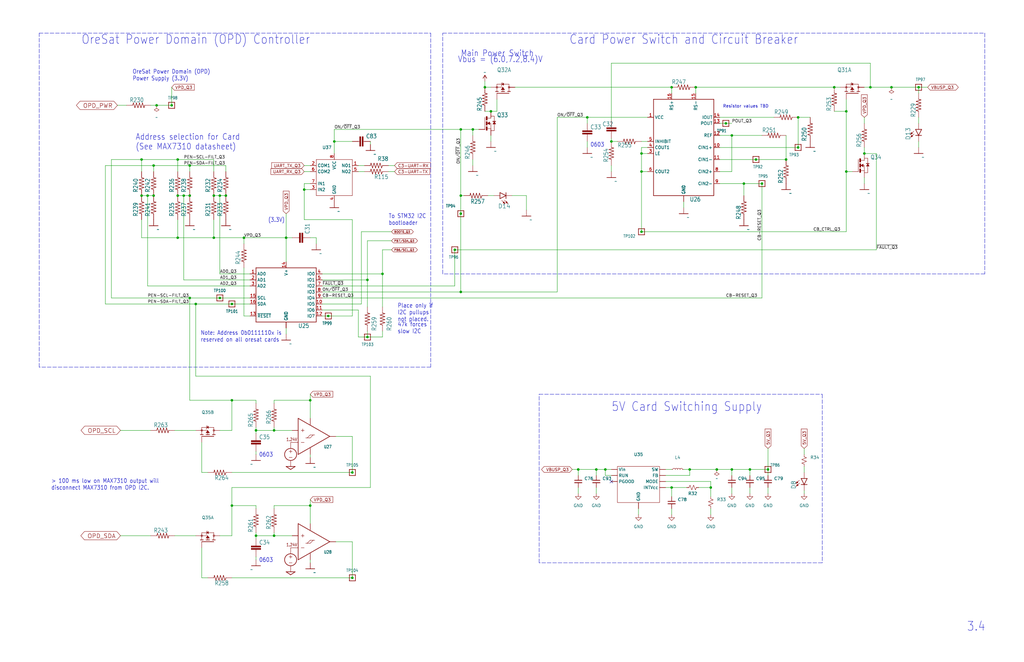
<source format=kicad_sch>
(kicad_sch (version 20211123) (generator eeschema)
  (paper "B")
  (junction (at 251.46 198.12))
  (junction (at 308.61 57.15))
  (junction (at 115.57 181.61))
  (junction (at 199.39 54.61))
  (junction (at 356.87 46.99))
  (junction (at 138.43 133.35))
  (junction (at 148.59 199.39))
  (junction (at 130.81 168.91))
  (junction (at 74.93 100.33))
  (junction (at 154.94 142.24))
  (junction (at 336.55 62.23))
  (junction (at 302.26 198.12))
  (junction (at 66.04 44.45))
  (junction (at 80.01 125.73))
  (junction (at 107.95 181.61))
  (junction (at 115.57 226.06))
  (junction (at 130.81 213.36))
  (junction (at 387.35 36.83))
  (junction (at 62.23 82.55))
  (junction (at 316.23 198.12))
  (junction (at 321.31 77.47))
  (junction (at 140.97 59.69))
  (junction (at 97.79 168.91))
  (junction (at 207.01 46.99))
  (junction (at 97.79 128.27))
  (junction (at 191.77 105.41))
  (junction (at 90.17 100.33))
  (junction (at 148.59 243.84))
  (junction (at 72.39 44.45))
  (junction (at 270.51 64.77))
  (junction (at 255.27 198.12))
  (junction (at 120.65 100.33))
  (junction (at 90.17 82.55))
  (junction (at 80.01 82.55))
  (junction (at 92.71 125.73))
  (junction (at 270.51 72.39))
  (junction (at 161.29 115.57))
  (junction (at 77.47 82.55))
  (junction (at 64.77 82.55))
  (junction (at 283.21 36.83))
  (junction (at 204.47 36.83))
  (junction (at 74.93 82.55))
  (junction (at 194.31 82.55))
  (junction (at 194.31 123.19))
  (junction (at 306.07 52.07))
  (junction (at 331.47 67.31))
  (junction (at 367.03 36.83))
  (junction (at 336.55 49.53))
  (junction (at 293.37 36.83))
  (junction (at 194.31 90.17))
  (junction (at 364.49 64.77))
  (junction (at 64.77 69.85))
  (junction (at 194.31 54.61))
  (junction (at 154.94 118.11))
  (junction (at 318.77 67.31))
  (junction (at 107.95 226.06))
  (junction (at 92.71 82.55))
  (junction (at 283.21 205.74))
  (junction (at 243.84 198.12))
  (junction (at 97.79 213.36))
  (junction (at 290.83 198.12))
  (junction (at 80.01 69.85))
  (junction (at 356.87 72.39))
  (junction (at 270.51 97.79))
  (junction (at 74.93 67.31))
  (junction (at 351.79 36.83))
  (junction (at 59.69 82.55))
  (junction (at 375.92 36.83))
  (junction (at 59.69 67.31))
  (junction (at 308.61 198.12))
  (junction (at 323.85 198.12))
  (junction (at 299.72 205.74))
  (junction (at 257.81 59.69))
  (junction (at 247.65 49.53))
  (junction (at 102.87 100.33))
  (junction (at 82.55 128.27))
  (junction (at 313.69 77.47))
  (junction (at 128.27 80.01))
  (junction (at 95.25 82.55))
  (no_connect (at 257.81 203.2))
  (wire (pts (xy 148.59 133.35) (xy 148.59 92.71)))
  (wire (pts (xy 270.51 64.77) (xy 270.51 72.39)))
  (wire (pts (xy 53.34 44.45) (xy 49.53 44.45)))
  (wire (pts (xy 207.01 46.99) (xy 209.55 46.99)))
  (wire (pts (xy 97.79 181.61) (xy 92.71 181.61)))
  (wire (pts (xy 299.72 205.74) (xy 299.72 209.55)))
  (wire (pts (xy 316.23 205.74) (xy 316.23 208.28)))
  (wire (pts (xy 321.31 125.73) (xy 321.31 77.47)))
  (wire (pts (xy 105.41 128.27) (xy 97.79 128.27)))
  (wire (pts (xy 59.69 72.39) (xy 59.69 67.31)))
  (wire (pts (xy 62.23 120.65) (xy 62.23 82.55)))
  (polyline (pts (xy 227.33 237.49) (xy 227.33 166.37)))
  (wire (pts (xy 97.79 226.06) (xy 92.71 226.06)))
  (wire (pts (xy 369.57 64.77) (xy 369.57 105.41)))
  (wire (pts (xy 107.95 170.18) (xy 107.95 168.91)))
  (wire (pts (xy 90.17 100.33) (xy 90.17 92.71)))
  (wire (pts (xy 299.72 203.2) (xy 299.72 205.74)))
  (wire (pts (xy 255.27 200.66) (xy 257.81 200.66)))
  (wire (pts (xy 313.69 77.47) (xy 303.53 77.47)))
  (wire (pts (xy 85.09 199.39) (xy 85.09 186.69)))
  (wire (pts (xy 102.87 100.33) (xy 120.65 100.33)))
  (wire (pts (xy 308.61 57.15) (xy 321.31 57.15)))
  (wire (pts (xy 154.94 101.6) (xy 165.1 101.6)))
  (wire (pts (xy 107.95 181.61) (xy 115.57 181.61)))
  (wire (pts (xy 375.92 36.83) (xy 387.35 36.83)))
  (wire (pts (xy 303.53 52.07) (xy 306.07 52.07)))
  (wire (pts (xy 138.43 133.35) (xy 148.59 133.35)))
  (wire (pts (xy 92.71 125.73) (xy 105.41 125.73)))
  (wire (pts (xy 243.84 200.66) (xy 243.84 198.12)))
  (wire (pts (xy 64.77 82.55) (xy 62.23 82.55)))
  (wire (pts (xy 302.26 198.12) (xy 308.61 198.12)))
  (wire (pts (xy 141.605 228.6) (xy 148.59 228.6)))
  (wire (pts (xy 97.79 213.36) (xy 97.79 205.74)))
  (wire (pts (xy 323.85 200.66) (xy 323.85 198.12)))
  (wire (pts (xy 234.95 123.19) (xy 194.31 123.19)))
  (wire (pts (xy 64.77 72.39) (xy 64.77 69.85)))
  (wire (pts (xy 97.79 213.36) (xy 97.79 226.06)))
  (wire (pts (xy 288.29 198.12) (xy 290.83 198.12)))
  (wire (pts (xy 257.81 198.12) (xy 255.27 198.12)))
  (wire (pts (xy 130.81 193.04) (xy 130.81 191.77)))
  (polyline (pts (xy 346.71 237.49) (xy 227.33 237.49)))
  (wire (pts (xy 299.72 214.63) (xy 299.72 217.17)))
  (wire (pts (xy 247.65 62.23) (xy 247.65 59.69)))
  (wire (pts (xy 128.27 80.01) (xy 130.81 80.01)))
  (wire (pts (xy 138.43 133.35) (xy 135.89 133.35)))
  (wire (pts (xy 115.57 224.79) (xy 115.57 226.06)))
  (wire (pts (xy 161.29 129.54) (xy 161.29 115.57)))
  (wire (pts (xy 44.45 128.27) (xy 44.45 69.85)))
  (wire (pts (xy 207.01 57.15) (xy 207.01 59.69)))
  (wire (pts (xy 257.81 26.67) (xy 367.03 26.67)))
  (wire (pts (xy 166.37 69.85) (xy 163.83 69.85)))
  (wire (pts (xy 135.89 123.19) (xy 194.31 123.19)))
  (wire (pts (xy 148.59 228.6) (xy 148.59 243.84)))
  (wire (pts (xy 92.71 115.57) (xy 92.71 82.55)))
  (wire (pts (xy 80.01 168.91) (xy 80.01 125.73)))
  (wire (pts (xy 351.79 46.99) (xy 356.87 46.99)))
  (wire (pts (xy 356.87 46.99) (xy 356.87 72.39)))
  (wire (pts (xy 195.58 82.55) (xy 194.31 82.55)))
  (wire (pts (xy 323.85 205.74) (xy 323.85 208.28)))
  (wire (pts (xy 161.29 105.41) (xy 161.29 115.57)))
  (wire (pts (xy 387.35 36.83) (xy 387.35 39.37)))
  (wire (pts (xy 154.94 118.11) (xy 154.94 101.6)))
  (wire (pts (xy 154.94 118.11) (xy 154.94 129.54)))
  (wire (pts (xy 280.67 200.66) (xy 290.83 200.66)))
  (wire (pts (xy 130.81 237.49) (xy 130.81 236.22)))
  (wire (pts (xy 280.67 203.2) (xy 299.72 203.2)))
  (wire (pts (xy 273.05 62.23) (xy 270.51 62.23)))
  (wire (pts (xy 313.69 82.55) (xy 313.69 77.47)))
  (wire (pts (xy 128.27 72.39) (xy 130.81 72.39)))
  (wire (pts (xy 308.61 198.12) (xy 308.61 200.66)))
  (wire (pts (xy 303.53 49.53) (xy 326.39 49.53)))
  (wire (pts (xy 46.99 125.73) (xy 46.99 67.31)))
  (wire (pts (xy 351.79 36.83) (xy 354.33 36.83)))
  (wire (pts (xy 82.55 181.61) (xy 73.66 181.61)))
  (wire (pts (xy 72.39 36.83) (xy 72.39 44.45)))
  (polyline (pts (xy 346.71 166.37) (xy 346.71 237.49)))
  (wire (pts (xy 161.29 142.24) (xy 161.29 139.7)))
  (wire (pts (xy 318.77 67.31) (xy 331.47 67.31)))
  (wire (pts (xy 107.95 168.91) (xy 97.79 168.91)))
  (wire (pts (xy 234.95 49.53) (xy 247.65 49.53)))
  (wire (pts (xy 90.17 72.39) (xy 90.17 67.31)))
  (wire (pts (xy 80.01 72.39) (xy 80.01 69.85)))
  (wire (pts (xy 243.84 205.74) (xy 243.84 208.28)))
  (wire (pts (xy 97.79 243.84) (xy 148.59 243.84)))
  (wire (pts (xy 234.95 123.19) (xy 234.95 49.53)))
  (wire (pts (xy 303.53 62.23) (xy 336.55 62.23)))
  (wire (pts (xy 166.37 72.39) (xy 163.83 72.39)))
  (wire (pts (xy 120.65 110.49) (xy 120.65 100.33)))
  (wire (pts (xy 80.01 69.85) (xy 95.25 69.85)))
  (wire (pts (xy 339.09 196.85) (xy 339.09 199.39)))
  (wire (pts (xy 293.37 39.37) (xy 293.37 36.83)))
  (wire (pts (xy 130.81 213.36) (xy 130.81 210.82)))
  (wire (pts (xy 80.01 82.55) (xy 77.47 82.55)))
  (wire (pts (xy 221.996 82.55) (xy 221.996 88.646)))
  (polyline (pts (xy 181.61 154.94) (xy 16.51 154.94)))
  (wire (pts (xy 107.95 226.06) (xy 115.57 226.06)))
  (wire (pts (xy 105.41 118.11) (xy 77.47 118.11)))
  (wire (pts (xy 217.17 36.83) (xy 283.21 36.83)))
  (wire (pts (xy 63.5 44.45) (xy 66.04 44.45)))
  (wire (pts (xy 77.47 118.11) (xy 77.47 82.55)))
  (wire (pts (xy 46.99 125.73) (xy 80.01 125.73)))
  (wire (pts (xy 257.81 72.39) (xy 257.81 69.85)))
  (wire (pts (xy 257.81 50.8) (xy 257.81 26.67)))
  (wire (pts (xy 303.53 72.39) (xy 308.61 72.39)))
  (wire (pts (xy 199.39 57.15) (xy 199.39 54.61)))
  (wire (pts (xy 82.55 158.75) (xy 82.55 128.27)))
  (wire (pts (xy 115.57 226.06) (xy 123.19 226.06)))
  (wire (pts (xy 391.16 36.83) (xy 387.35 36.83)))
  (wire (pts (xy 215.9 82.55) (xy 221.996 82.55)))
  (wire (pts (xy 133.35 100.33) (xy 133.35 102.87)))
  (wire (pts (xy 97.79 168.91) (xy 97.79 181.61)))
  (wire (pts (xy 128.27 69.85) (xy 130.81 69.85)))
  (wire (pts (xy 97.79 128.27) (xy 82.55 128.27)))
  (wire (pts (xy 308.61 198.12) (xy 316.23 198.12)))
  (wire (pts (xy 369.57 105.41) (xy 191.77 105.41)))
  (wire (pts (xy 74.93 100.33) (xy 74.93 92.71)))
  (wire (pts (xy 257.81 58.42) (xy 257.81 59.69)))
  (wire (pts (xy 156.21 158.75) (xy 82.55 158.75)))
  (wire (pts (xy 115.57 214.63) (xy 115.57 213.36)))
  (wire (pts (xy 241.3 198.12) (xy 243.84 198.12)))
  (wire (pts (xy 199.39 54.61) (xy 201.93 54.61)))
  (wire (pts (xy 367.03 36.83) (xy 375.92 36.83)))
  (wire (pts (xy 364.49 64.77) (xy 369.57 64.77)))
  (wire (pts (xy 105.41 120.65) (xy 62.23 120.65)))
  (wire (pts (xy 191.77 120.65) (xy 135.89 120.65)))
  (wire (pts (xy 273.05 59.69) (xy 270.51 59.69)))
  (wire (pts (xy 331.47 67.31) (xy 331.47 57.15)))
  (wire (pts (xy 359.41 72.39) (xy 356.87 72.39)))
  (wire (pts (xy 280.67 198.12) (xy 283.21 198.12)))
  (wire (pts (xy 209.55 46.99) (xy 209.55 41.91)))
  (wire (pts (xy 290.83 198.12) (xy 302.26 198.12)))
  (wire (pts (xy 205.74 82.55) (xy 208.28 82.55)))
  (wire (pts (xy 63.5 226.06) (xy 50.8 226.06)))
  (wire (pts (xy 323.85 189.23) (xy 323.85 198.12)))
  (wire (pts (xy 191.77 105.41) (xy 191.77 120.65)))
  (wire (pts (xy 364.49 62.23) (xy 364.49 64.77)))
  (wire (pts (xy 107.95 213.36) (xy 97.79 213.36)))
  (wire (pts (xy 387.35 59.69) (xy 387.35 62.23)))
  (polyline (pts (xy 415.29 115.57) (xy 186.69 115.57)))
  (wire (pts (xy 107.95 182.88) (xy 107.95 181.61)))
  (wire (pts (xy 120.65 100.33) (xy 123.19 100.33)))
  (wire (pts (xy 107.95 226.06) (xy 107.95 227.33)))
  (wire (pts (xy 148.59 184.15) (xy 148.59 199.39)))
  (wire (pts (xy 87.63 199.39) (xy 85.09 199.39)))
  (wire (pts (xy 321.31 77.47) (xy 313.69 77.47)))
  (wire (pts (xy 130.81 100.33) (xy 133.35 100.33)))
  (wire (pts (xy 135.89 118.11) (xy 154.94 118.11)))
  (wire (pts (xy 120.65 100.33) (xy 120.65 90.17)))
  (wire (pts (xy 128.27 92.71) (xy 148.59 92.71)))
  (wire (pts (xy 92.71 82.55) (xy 90.17 82.55)))
  (wire (pts (xy 152.4 97.79) (xy 165.1 97.79)))
  (wire (pts (xy 95.25 82.55) (xy 92.71 82.55)))
  (wire (pts (xy 364.49 74.93) (xy 364.49 77.47)))
  (wire (pts (xy 194.31 82.55) (xy 194.31 90.17)))
  (polyline (pts (xy 181.61 13.97) (xy 181.61 154.94)))
  (wire (pts (xy 85.09 243.84) (xy 85.09 231.14)))
  (wire (pts (xy 107.95 191.77) (xy 107.95 190.5)))
  (wire (pts (xy 74.93 100.33) (xy 90.17 100.33)))
  (wire (pts (xy 107.95 214.63) (xy 107.95 213.36)))
  (wire (pts (xy 120.65 140.97) (xy 120.65 138.43)))
  (wire (pts (xy 46.99 67.31) (xy 59.69 67.31)))
  (wire (pts (xy 364.49 49.53) (xy 364.49 52.07)))
  (wire (pts (xy 80.01 125.73) (xy 92.71 125.73)))
  (wire (pts (xy 270.51 72.39) (xy 273.05 72.39)))
  (wire (pts (xy 74.93 67.31) (xy 90.17 67.31)))
  (wire (pts (xy 59.69 100.33) (xy 59.69 92.71)))
  (polyline (pts (xy 227.33 166.37) (xy 346.71 166.37)))
  (wire (pts (xy 318.77 67.31) (xy 303.53 67.31)))
  (wire (pts (xy 257.81 59.69) (xy 260.35 59.69)))
  (wire (pts (xy 102.87 102.87) (xy 102.87 100.33)))
  (wire (pts (xy 135.89 130.81) (xy 151.13 130.81)))
  (wire (pts (xy 283.21 205.74) (xy 283.21 209.55)))
  (wire (pts (xy 303.53 57.15) (xy 308.61 57.15)))
  (wire (pts (xy 199.39 54.61) (xy 194.31 54.61)))
  (wire (pts (xy 130.81 77.47) (xy 128.27 77.47)))
  (wire (pts (xy 161.29 105.41) (xy 165.1 105.41)))
  (wire (pts (xy 356.87 97.79) (xy 270.51 97.79)))
  (wire (pts (xy 290.83 198.12) (xy 290.83 200.66)))
  (wire (pts (xy 194.31 90.17) (xy 194.31 123.19)))
  (wire (pts (xy 364.49 36.83) (xy 367.03 36.83)))
  (wire (pts (xy 199.39 67.31) (xy 199.39 69.85)))
  (wire (pts (xy 156.21 59.69) (xy 156.21 60.96)))
  (wire (pts (xy 97.79 168.91) (xy 80.01 168.91)))
  (wire (pts (xy 95.25 69.85) (xy 95.25 72.39)))
  (wire (pts (xy 283.21 205.74) (xy 289.56 205.74)))
  (wire (pts (xy 128.27 80.01) (xy 128.27 92.71)))
  (wire (pts (xy 339.09 207.01) (xy 339.09 208.28)))
  (wire (pts (xy 336.55 62.23) (xy 336.55 49.53)))
  (wire (pts (xy 270.51 62.23) (xy 270.51 64.77)))
  (wire (pts (xy 251.46 198.12) (xy 251.46 200.66)))
  (wire (pts (xy 135.89 125.73) (xy 321.31 125.73)))
  (wire (pts (xy 270.51 64.77) (xy 273.05 64.77)))
  (wire (pts (xy 270.51 97.79) (xy 270.51 72.39)))
  (wire (pts (xy 130.81 220.98) (xy 130.81 213.36)))
  (wire (pts (xy 194.31 54.61) (xy 140.97 54.61)))
  (wire (pts (xy 154.94 142.24) (xy 161.29 142.24)))
  (wire (pts (xy 255.27 198.12) (xy 255.27 200.66)))
  (wire (pts (xy 66.04 44.45) (xy 72.39 44.45)))
  (wire (pts (xy 107.95 181.61) (xy 107.95 180.34)))
  (wire (pts (xy 288.29 87.63) (xy 288.29 85.09)))
  (wire (pts (xy 204.47 34.29) (xy 204.47 36.83)))
  (wire (pts (xy 135.89 128.27) (xy 152.4 128.27)))
  (polyline (pts (xy 186.69 115.57) (xy 186.69 13.97)))
  (wire (pts (xy 62.23 82.55) (xy 59.69 82.55)))
  (wire (pts (xy 105.41 133.35) (xy 102.87 133.35)))
  (wire (pts (xy 130.81 176.53) (xy 130.81 168.91)))
  (wire (pts (xy 140.97 59.69) (xy 140.97 64.77)))
  (wire (pts (xy 107.95 236.22) (xy 107.95 234.95)))
  (wire (pts (xy 247.65 49.53) (xy 273.05 49.53)))
  (wire (pts (xy 251.46 198.12) (xy 255.27 198.12)))
  (wire (pts (xy 97.79 199.39) (xy 148.59 199.39)))
  (wire (pts (xy 153.67 69.85) (xy 151.13 69.85)))
  (wire (pts (xy 204.47 36.83) (xy 207.01 36.83)))
  (wire (pts (xy 115.57 181.61) (xy 123.19 181.61)))
  (wire (pts (xy 152.4 128.27) (xy 152.4 97.79)))
  (wire (pts (xy 336.55 49.53) (xy 341.63 49.53)))
  (wire (pts (xy 59.69 100.33) (xy 74.93 100.33)))
  (wire (pts (xy 105.41 115.57) (xy 92.71 115.57)))
  (polyline (pts (xy 186.69 13.97) (xy 415.29 13.97)))
  (wire (pts (xy 161.29 115.57) (xy 135.89 115.57)))
  (wire (pts (xy 77.47 82.55) (xy 74.93 82.55)))
  (wire (pts (xy 251.46 205.74) (xy 251.46 208.28)))
  (polyline (pts (xy 16.51 13.97) (xy 181.61 13.97)))
  (wire (pts (xy 130.81 168.91) (xy 115.57 168.91)))
  (polyline (pts (xy 415.29 13.97) (xy 415.29 115.57)))
  (wire (pts (xy 107.95 226.06) (xy 107.95 224.79)))
  (wire (pts (xy 243.84 198.12) (xy 251.46 198.12)))
  (wire (pts (xy 140.97 59.69) (xy 148.59 59.69)))
  (wire (pts (xy 141.605 184.15) (xy 148.59 184.15)))
  (wire (pts (xy 130.81 213.36) (xy 115.57 213.36)))
  (wire (pts (xy 293.37 36.83) (xy 351.79 36.83)))
  (wire (pts (xy 283.21 36.83) (xy 283.21 39.37)))
  (wire (pts (xy 283.21 205.74) (xy 280.67 205.74)))
  (wire (pts (xy 204.47 46.99) (xy 207.01 46.99)))
  (wire (pts (xy 283.21 214.63) (xy 283.21 217.17)))
  (wire (pts (xy 294.64 205.74) (xy 299.72 205.74)))
  (wire (pts (xy 156.21 205.74) (xy 156.21 158.75)))
  (wire (pts (xy 356.87 72.39) (xy 356.87 97.79)))
  (wire (pts (xy 64.77 69.85) (xy 80.01 69.85)))
  (wire (pts (xy 154.94 139.7) (xy 154.94 142.24)))
  (wire (pts (xy 44.45 69.85) (xy 64.77 69.85)))
  (wire (pts (xy 102.87 113.03) (xy 102.87 133.35)))
  (wire (pts (xy 140.97 54.61) (xy 140.97 59.69)))
  (wire (pts (xy 63.5 181.61) (xy 50.8 181.61)))
  (wire (pts (xy 97.79 205.74) (xy 156.21 205.74)))
  (wire (pts (xy 151.13 130.81) (xy 151.13 142.24)))
  (wire (pts (xy 387.35 49.53) (xy 387.35 52.07)))
  (wire (pts (xy 308.61 72.39) (xy 308.61 57.15)))
  (wire (pts (xy 115.57 180.34) (xy 115.57 181.61)))
  (wire (pts (xy 308.61 205.74) (xy 308.61 208.28)))
  (wire (pts (xy 82.55 128.27) (xy 44.45 128.27)))
  (wire (pts (xy 194.31 54.61) (xy 194.31 82.55)))
  (wire (pts (xy 356.87 46.99) (xy 356.87 41.91)))
  (wire (pts (xy 367.03 26.67) (xy 367.03 36.83)))
  (wire (pts (xy 247.65 52.07) (xy 247.65 49.53)))
  (wire (pts (xy 128.27 77.47) (xy 128.27 80.01)))
  (wire (pts (xy 90.17 100.33) (xy 102.87 100.33)))
  (wire (pts (xy 269.24 214.63) (xy 269.24 217.17)))
  (wire (pts (xy 74.93 72.39) (xy 74.93 67.31)))
  (wire (pts (xy 316.23 198.12) (xy 316.23 200.66)))
  (wire (pts (xy 306.07 52.07) (xy 308.61 52.07)))
  (wire (pts (xy 115.57 170.18) (xy 115.57 168.91)))
  (wire (pts (xy 316.23 198.12) (xy 323.85 198.12)))
  (wire (pts (xy 82.55 226.06) (xy 73.66 226.06)))
  (wire (pts (xy 87.63 243.84) (xy 85.09 243.84)))
  (wire (pts (xy 153.67 72.39) (xy 151.13 72.39)))
  (wire (pts (xy 151.13 142.24) (xy 154.94 142.24)))
  (polyline (pts (xy 16.51 154.94) (xy 16.51 13.97)))
  (wire (pts (xy 130.81 168.91) (xy 130.81 166.37)))
  (wire (pts (xy 339.09 189.23) (xy 339.09 191.77)))
  (wire (pts (xy 59.69 67.31) (xy 74.93 67.31)))
  (text "OreSat Power Domain (OPD)\nPower Supply (3.3V)" (at 55.88 34.29 180) (effects (font (size 1.778 1.5113)) (justify left bottom)))
  (text "Place only if\nI2C pullups\nnot placed." (at 167.64 135.89 180) (effects (font (size 1.778 1.5113)) (justify left bottom)))
  (text "0603" (at 248.92 62.23 180) (effects (font (size 1.778 1.5113)) (justify left bottom)))
  (text "0603" (at 109.22 193.04 180) (effects (font (size 1.778 1.5113)) (justify left bottom)))
  (text "OreSat Power Domain (OPD) Controller" (at 34.29 19.05 180) (effects (font (size 3.81 3.2385)) (justify left bottom)))
  (text "Resistor values TBD" (at 304.8 45.72 0) (effects (font (size 1.27 1.27)) (justify left bottom)))
  (text "> 100 ms low on MAX7310 output will\ndisconnect MAX7310 from OPD I2C." (at 21.59 207.01 0) (effects (font (size 1.778 1.5113)) (justify left bottom)))
  (text "Card Power Switch and Circuit Breaker" (at 240.03 19.05 180) (effects (font (size 3.81 3.2385)) (justify left bottom)))
  (text "Note: Address 0b0111110x is\nreserved on all oresat cards" (at 84.582 144.526 0) (effects (font (size 1.778 1.5113)) (justify left bottom)))
  (text "47k forces\nslow I2C" (at 167.64 140.97 180) (effects (font (size 1.778 1.5113)) (justify left bottom)))
  (text "Main Power Switch" (at 194.31 24.13 180) (effects (font (size 2.54 2.159)) (justify left bottom)))
  (text "3.4" (at 407.67 266.7 180) (effects (font (size 3.81 3.2385)) (justify left bottom)))
  (text "Address selection for Card\n(See MAX7310 datasheet)" (at 57.15 63.5 0) (effects (font (size 2.54 2.159)) (justify left bottom)))
  (text "(3.3V)" (at 113.03 93.98 180) (effects (font (size 1.778 1.5113)) (justify left bottom)))
  (text "Vbus = (6.0,7.2,8.4)V" (at 193.04 26.67 180) (effects (font (size 2.54 2.159)) (justify left bottom)))
  (text "0603" (at 109.22 237.49 180) (effects (font (size 1.778 1.5113)) (justify left bottom)))
  (text "To STM32 I2C\nbootloader" (at 163.83 95.25 180) (effects (font (size 1.778 1.5113)) (justify left bottom)))
  (text "5V Card Switching Supply" (at 257.81 173.99 180) (effects (font (size 3.81 3.2385)) (justify left bottom)))
  (label "ON/~{OFF}_Q3" (at 194.31 69.215 90) (effects (font (size 1.2446 1.2446))))
  (label "~{FAULT_Q3}" (at 369.57 105.41 0) (effects (font (size 1.2446 1.2446))))
  (label "CB-RESET_Q3" (at 135.89 125.73 0) (effects (font (size 1.2446 1.2446))))
  (label "PEN-SDA-FILT_Q3" (at 62.23 128.27 0) (effects (font (size 1.2446 1.2446))))
  (label "CB-RESET_Q3" (at 321.31 101.6 90) (effects (font (size 1.2446 1.2446))))
  (label "~{FAULT_Q3}" (at 135.89 120.65 0) (effects (font (size 1.2446 1.2446))))
  (label "ON/~{OFF}_Q3" (at 140.97 54.61 0) (effects (font (size 1.2446 1.2446))))
  (label "ON/~{OFF}_Q3" (at 135.89 123.19 0) (effects (font (size 1.2446 1.2446))))
  (label "PEN-SCL-FILT_Q3" (at 77.47 67.31 0) (effects (font (size 1.2446 1.2446))))
  (label "PEN-SDA-FILT_Q3" (at 77.47 69.85 0) (effects (font (size 1.2446 1.2446))))
  (label "POUT_Q3" (at 308.61 52.07 0) (effects (font (size 1.2446 1.2446))))
  (label "PEN-SCL-FILT_Q3" (at 62.23 125.73 0) (effects (font (size 1.2446 1.2446))))
  (label "AD0_Q3" (at 92.71 115.57 0) (effects (font (size 1.2446 1.2446))))
  (label "CB_CTRL_Q3" (at 342.9 97.79 0) (effects (font (size 1.2446 1.2446))))
  (label "VPD_Q3" (at 102.87 100.33 0) (effects (font (size 1.2446 1.2446))))
  (label "CB-RESET_Q3" (at 306.07 125.73 0) (effects (font (size 1.2446 1.2446))))
  (label "ON/~{OFF}_Q3" (at 234.95 49.53 0) (effects (font (size 1.2446 1.2446))))
  (label "AD2_Q3" (at 92.71 120.65 0) (effects (font (size 1.2446 1.2446))))
  (label "AD1_Q3" (at 92.71 118.11 0) (effects (font (size 1.2446 1.2446))))
  (global_label "5V_Q3" (shape input) (at 339.09 189.23 90) (property "Intersheet References" "${INTERSHEET_REFS}" (effects hide)))
  (global_label "VPD_Q3" (shape input) (at 72.39 36.83 0) (property "Intersheet References" "${INTERSHEET_REFS}" (effects hide)))
  (global_label "UART_TX_Q3" (shape input) (at 128.27 69.85 180) (property "Intersheet References" "${INTERSHEET_REFS}" (effects hide)))
  (global_label "C3-UART-RX" (shape input) (at 166.37 69.85 0) (property "Intersheet References" "${INTERSHEET_REFS}" (effects hide)))
  (global_label "PB6/SCL_Q3" (shape bidirectional) (at 165.1 105.41 0) (effects (font (size 0.889 0.889))) (property "Intersheet References" "${INTERSHEET_REFS}" (effects hide)))
  (global_label "OPD_PWR" (shape bidirectional) (at 49.53 44.45 180) (effects (font (size 1.778 1.778))) (property "Intersheet References" "${INTERSHEET_REFS}" (effects hide)))
  (global_label "C3-UART-TX" (shape input) (at 166.37 72.39 0) (property "Intersheet References" "${INTERSHEET_REFS}" (effects hide)))
  (global_label "VPD_Q3" (shape input) (at 130.81 210.82 0) (property "Intersheet References" "${INTERSHEET_REFS}" (effects hide)))
  (global_label "VBUSP_Q3" (shape bidirectional) (at 241.3 198.12 180) (effects (font (size 1.2446 1.2446))) (property "Intersheet References" "${INTERSHEET_REFS}" (effects hide)))
  (global_label "OPD_SDA" (shape bidirectional) (at 50.8 226.06 180) (effects (font (size 1.778 1.778))) (property "Intersheet References" "${INTERSHEET_REFS}" (effects hide)))
  (global_label "VBUSP_Q3" (shape bidirectional) (at 391.16 36.83 0) (effects (font (size 1.2446 1.2446))) (property "Intersheet References" "${INTERSHEET_REFS}" (effects hide)))
  (global_label "5V_Q3" (shape input) (at 323.85 189.23 90) (property "Intersheet References" "${INTERSHEET_REFS}" (effects hide)))
  (global_label "OPD_SCL" (shape bidirectional) (at 50.8 181.61 180) (effects (font (size 1.778 1.778))) (property "Intersheet References" "${INTERSHEET_REFS}" (effects hide)))
  (global_label "VPD_Q3" (shape input) (at 364.49 49.53 90) (property "Intersheet References" "${INTERSHEET_REFS}" (effects hide)))
  (global_label "VPD_Q3" (shape input) (at 130.81 166.37 0) (property "Intersheet References" "${INTERSHEET_REFS}" (effects hide)))
  (global_label "BOOT0_Q3" (shape bidirectional) (at 165.1 97.79 0) (effects (font (size 0.889 0.889))) (property "Intersheet References" "${INTERSHEET_REFS}" (effects hide)))
  (global_label "VPD_Q3" (shape input) (at 120.65 90.17 90) (property "Intersheet References" "${INTERSHEET_REFS}" (effects hide)))
  (global_label "UART_RX_Q3" (shape input) (at 128.27 72.39 180) (property "Intersheet References" "${INTERSHEET_REFS}" (effects hide)))
  (global_label "PB7/SDA_Q3" (shape bidirectional) (at 165.1 101.6 0) (effects (font (size 0.889 0.889))) (property "Intersheet References" "${INTERSHEET_REFS}" (effects hide)))
  (symbol (lib_id "oresat-acs-card-eagle-import:R-US_0603-C-NOSILK") (at 158.75 72.39 180) (unit 1)
    (property "Reference" "R115" (at 163.83 73.66 0) (effects (font (size 1.778 1.5113)) (justify left bottom)))
    (property "Value" "RC0603FR-0710KL" (effects hide))
  )
  (symbol (lib_id "oresat-acs-card-eagle-import:GND") (at 64.77 95.25 0) (mirror y) (unit 1)
    (property "Reference" "#GND?" (effects hide))
  )
  (symbol (lib_name "MOSFET-PCH-SOT23-6_1") (lib_id "oresat-acs-card-eagle-import:MOSFET-PCH-SOT23-6") (at 359.41 39.37 90) (unit 1)
    (property "Reference" "Q31" (at 353.06 30.48 90) (effects (font (size 1.778 1.5113)) (justify right top)))
    (property "Value" "MOSFET-PCH-SOT23-6" (effects hide))
  )
  (symbol (lib_id "oresat-acs-card-eagle-import:R-US_0603-C-NOSILK") (at 107.95 175.26 90) (unit 1)
    (property "Reference" "R265" (at 106.68 180.34 0) (effects (font (size 1.778 1.5113)) (justify left bottom)))
    (property "Value" "MCT06030C3303FP000" (effects hide))
  )
  (symbol (lib_id "oresat-acs-card-eagle-import:TEST-POINT-LARGE-SQUARE") (at 154.94 142.24 90) (unit 1)
    (property "Reference" "TP103" (at 152.4 146.05 90) (effects (font (size 1.27 1.0795)) (justify right top)))
  )
  (symbol (lib_id "oresat-acs-card-eagle-import:R-US_0603-C-NOSILK") (at 115.57 219.71 90) (unit 1)
    (property "Reference" "R262" (at 114.3 223.52 0) (effects (font (size 1.778 1.5113)) (justify left bottom)))
    (property "Value" "RC0603FR-071ML" (effects hide))
  )
  (symbol (lib_id "power:PWR_FLAG") (at 302.26 198.12 180) (unit 1)
    (property "Reference" "#FLG04" (effects hide))
  )
  (symbol (lib_id "oresat-acs-card-eagle-import:R-US_0603-C-NOSILK") (at 64.77 77.47 90) (unit 1)
    (property "Reference" "R242" (at 63.2714 81.28 0) (effects (font (size 1.778 1.5113)) (justify left bottom)))
    (property "Value" "RC1005F6653CS" (effects hide))
  )
  (symbol (lib_id "oresat-acs-card-eagle-import:C-EU0603-C-NOSILK") (at 247.65 54.61 0) (unit 1)
    (property "Reference" "C33" (at 248.92 54.61 0) (effects (font (size 1.778 1.5113)) (justify left bottom)))
    (property "Value" "CC0603KRX7R7BB105" (effects hide))
  )
  (symbol (lib_id "oresat-acs-card-eagle-import:TEST-POINT-LARGE-SQUARE") (at 92.71 125.73 180) (unit 1)
    (property "Reference" "TP100" (at 95.25 121.92 0) (effects (font (size 1.27 1.0795)) (justify left bottom)))
  )
  (symbol (lib_id "oresat-acs-card-eagle-import:MAX4211") (at 288.29 59.69 0) (unit 1)
    (property "Reference" "U26" (at 290.83 85.09 0) (effects (font (size 1.778 1.5113)) (justify left bottom)))
    (property "Value" "MAX4211FETE" (effects hide))
  )
  (symbol (lib_id "oresat-acs-card-eagle-import:R-US_0603-C-NOSILK") (at 68.58 181.61 0) (unit 1)
    (property "Reference" "R263" (at 64.77 180.34 0) (effects (font (size 1.778 1.5113)) (justify left bottom)))
    (property "Value" "RC0603FR-07100RL" (effects hide))
  )
  (symbol (lib_id "oresat-acs-card-eagle-import:MIC842LYC5") (at 130.81 228.6 0) (unit 1)
    (property "Reference" "U28" (at 136.525 233.68 0) (effects (font (size 1.27 1.0795)) (justify left bottom)))
    (property "Value" "MIC842LYC5-TR" (effects hide))
  )
  (symbol (lib_id "Device:L_Small") (at 285.75 198.12 90) (unit 1)
    (property "Reference" "L4" (at 285.75 193.04 90))
    (property "MFR" "Coilcraft" (effects hide))
    (property "MPN" "XGL4030-332MEC" (effects hide))
    (property "Description" "FIXED IND 3.3UH 7.5A 21.9MOHM SM" (effects hide))
  )
  (symbol (lib_id "oresat-acs-card-eagle-import:GND") (at 221.996 91.186 0) (mirror y) (unit 1)
    (property "Reference" "#GND?" (effects hide))
  )
  (symbol (lib_id "oresat-acs-card-eagle-import:R-US_0603-C-NOSILK") (at 95.25 77.47 90) (unit 1)
    (property "Reference" "R234" (at 93.7514 81.28 0) (effects (font (size 1.778 1.5113)) (justify left bottom)))
    (property "Value" "RC1005F6653CS" (effects hide))
  )
  (symbol (lib_id "power:GND") (at 269.24 217.17 0) (unit 1)
    (property "Reference" "#PWR?" (effects hide))
  )
  (symbol (lib_id "oresat-acs-card-eagle-import:R-US_0603-C-NOSILK") (at 80.01 87.63 90) (unit 1)
    (property "Reference" "R237" (at 78.5114 91.44 0) (effects (font (size 1.778 1.5113)) (justify left bottom)))
    (property "Value" "RC1005F6653CS" (effects hide))
  )
  (symbol (lib_id "oresat-acs-card-eagle-import:TS5A21366DCUR") (at 140.97 74.93 0) (unit 1)
    (property "Reference" "U37" (at 135.89 62.23 0) (effects (justify left)))
  )
  (symbol (lib_id "oresat-acs-card-eagle-import:GND") (at 130.81 240.03 0) (mirror y) (unit 1)
    (property "Reference" "#GND?" (effects hide))
  )
  (symbol (lib_id "oresat-acs-card-eagle-import:R-US_0603-C-NOSILK") (at 341.63 54.61 90) (unit 1)
    (property "Reference" "R250" (at 340.1314 59.69 0) (effects (font (size 1.778 1.5113)) (justify left bottom)))
    (property "Value" "RC1005F6653CS" (effects hide))
  )
  (symbol (lib_id "oresat-acs-card-eagle-import:PMV45EN") (at 364.49 69.85 0) (unit 1)
    (property "Reference" "Q34" (at 367.03 67.31 0) (effects (font (size 1.778 1.5113)) (justify left bottom)))
    (property "Value" "PMV45EN2R" (effects hide))
  )
  (symbol (lib_id "oresat-acs-card-eagle-import:LED-GREEN0603") (at 387.35 54.61 0) (unit 1)
    (property "Reference" "D13" (at 383.921 59.182 90) (effects (font (size 1.778 1.778)) (justify left bottom)))
    (property "Value" "SML-E12M8WT86" (effects hide))
  )
  (symbol (lib_id "oresat-acs-card-eagle-import:R-US_0603-C-NOSILK") (at 68.58 226.06 0) (unit 1)
    (property "Reference" "R243" (at 64.77 224.79 0) (effects (font (size 1.778 1.5113)) (justify left bottom)))
    (property "Value" "RC0603FR-07100RL" (effects hide))
  )
  (symbol (lib_id "oresat-acs-card-eagle-import:VBUS") (at 204.47 31.75 0) (unit 1)
    (property "Reference" "#VBUS?" (effects hide))
  )
  (symbol (lib_id "oresat-acs-card-eagle-import:GND") (at 95.25 95.25 0) (mirror y) (unit 1)
    (property "Reference" "#GND?" (effects hide))
  )
  (symbol (lib_id "oresat-acs-card-eagle-import:R-US_0603-C-NOSILK") (at 74.93 87.63 270) (unit 1)
    (property "Reference" "R235" (at 73.4314 91.44 0) (effects (font (size 1.778 1.5113)) (justify right top)))
    (property "Value" "RC1005F6653CS" (effects hide))
  )
  (symbol (lib_id "oresat-acs-card-eagle-import:R-US_0603-C-NOSILK") (at 154.94 134.62 90) (unit 1)
    (property "Reference" "R259" (at 158.75 139.7 0) (effects (font (size 1.778 1.5113)) (justify left bottom)))
    (property "Value" "RC0603FR-0747KL" (effects hide))
  )
  (symbol (lib_id "oresat-acs-card-eagle-import:GND") (at 140.97 87.63 0) (mirror y) (unit 1)
    (property "Reference" "#GND?" (effects hide))
  )
  (symbol (lib_id "oresat-acs-card-eagle-import:R-US_0603-C-NOSILK") (at 58.42 44.45 0) (unit 1)
    (property "Reference" "R230" (at 54.61 43.18 0) (effects (font (size 1.778 1.5113)) (justify left bottom)))
    (property "Value" "RC0603FR-0710RL" (effects hide))
  )
  (symbol (lib_id "oresat-acs-card-eagle-import:TEST-POINT-LARGE-SQUARE") (at 191.77 105.41 0) (unit 1)
    (property "Reference" "TP96" (at 189.23 109.22 0) (effects (font (size 1.27 1.0795)) (justify left bottom)))
  )
  (symbol (lib_id "oresat-acs-card-eagle-import:R-US_0603-C-NOSILK") (at 265.43 59.69 180) (unit 1)
    (property "Reference" "R255" (at 260.35 62.23 0) (effects (font (size 1.778 1.5113)) (justify right top)))
    (property "Value" "RC1005F6653CS" (effects hide))
  )
  (symbol (lib_id "oresat-acs-card-eagle-import:TEST-POINT-LARGE-SQUARE") (at 306.07 52.07 0) (unit 1)
    (property "Reference" "TP91" (at 302.26 55.88 0) (effects (font (size 1.27 1.0795)) (justify left bottom)))
  )
  (symbol (lib_id "U-Linear Tech-LTC3624:LTC3624") (at 269.24 194.31 0) (unit 1)
    (property "Reference" "U35" (at 269.24 191.77 0))
    (property "Datasheet" "https://www.analog.com/media/en/technical-documentation/data-sheets/36242fd.pdf" (effects hide))
    (property "MFG" "Analog Devices" (effects hide))
    (property "MPN" "LTC3624IDD-5#PBF" (effects hide))
    (property "Description" "IC REG BUCK 5V 2A 8DFN" (effects hide))
  )
  (symbol (lib_name "MOSFET-PCH-SOT23-6_2") (lib_id "oresat-acs-card-eagle-import:MOSFET-PCH-SOT23-6") (at 212.09 39.37 90) (unit 1)
    (property "Reference" "Q32" (at 209.55 30.48 90) (effects (font (size 1.778 1.5113)) (justify right top)))
    (property "Value" "MOSFET-PCH-SOT23-6" (effects hide))
  )
  (symbol (lib_id "oresat-acs-card-eagle-import:PMV45EN") (at 207.01 52.07 0) (unit 1)
    (property "Reference" "Q33" (at 209.55 49.53 0) (effects (font (size 1.778 1.5113)) (justify left bottom)))
    (property "Value" "PMV45EN2R" (effects hide))
  )
  (symbol (lib_id "oresat-acs-card-eagle-import:GND") (at 387.35 64.77 0) (mirror y) (unit 1)
    (property "Reference" "#GND?" (effects hide))
  )
  (symbol (lib_id "oresat-acs-card-eagle-import:MAX7310") (at 120.65 123.19 0) (unit 1)
    (property "Reference" "U25" (at 125.73 138.43 0) (effects (font (size 1.778 1.5113)) (justify left bottom)))
    (property "Value" "MAX7310ATE" (effects hide))
  )
  (symbol (lib_id "power:PWR_FLAG") (at 375.92 36.83 180) (unit 1)
    (property "Reference" "#FLG08" (effects hide))
  )
  (symbol (lib_id "oresat-acs-card-eagle-import:R-US_0603-C-NOSILK") (at 107.95 219.71 90) (unit 1)
    (property "Reference" "R261" (at 106.68 224.79 0) (effects (font (size 1.778 1.5113)) (justify left bottom)))
    (property "Value" "MCT06030C3303FP000" (effects hide))
  )
  (symbol (lib_id "oresat-acs-card-eagle-import:TEST-POINT-LARGE-SQUARE") (at 138.43 133.35 0) (unit 1)
    (property "Reference" "TP99" (at 135.89 137.16 0) (effects (font (size 1.27 1.0795)) (justify left bottom)))
  )
  (symbol (lib_id "oresat-acs-card-eagle-import:GND") (at 313.69 95.25 0) (mirror y) (unit 1)
    (property "Reference" "#GND?" (effects hide))
  )
  (symbol (lib_id "oresat-acs-card-eagle-import:TEST-POINT-LARGE-SQUARE") (at 323.85 198.12 180) (unit 1)
    (property "Reference" "TP86" (at 328.93 195.58 0) (effects (font (size 1.27 1.0795)) (justify left bottom)))
  )
  (symbol (lib_id "Device:R_Small_US") (at 299.72 212.09 0) (unit 1)
    (property "Reference" "R33" (at 302.26 210.8199 0) (effects (justify left)))
  )
  (symbol (lib_id "Device:C_Small") (at 283.21 212.09 0) (unit 1)
    (property "Reference" "C78" (at 285.75 210.8262 0) (effects (justify left)))
  )
  (symbol (lib_id "oresat-acs-card-eagle-import:LED-GREEN0603") (at 210.82 82.55 90) (unit 1)
    (property "Reference" "D14" (at 215.392 85.979 90) (effects (font (size 1.778 1.778)) (justify left bottom)))
    (property "Value" "IN-S63AT5A" (effects hide))
  )
  (symbol (lib_id "oresat-acs-card-eagle-import:GND") (at 80.01 95.25 0) (mirror y) (unit 1)
    (property "Reference" "#GND?" (effects hide))
  )
  (symbol (lib_id "Device:R_Small_US") (at 339.09 194.31 0) (unit 1)
    (property "Reference" "R34" (at 341.63 193.0399 0) (effects (justify left)))
  )
  (symbol (lib_id "oresat-acs-card-eagle-import:GND") (at 130.81 195.58 0) (mirror y) (unit 1)
    (property "Reference" "#GND?" (effects hide))
  )
  (symbol (lib_id "oresat-acs-card-eagle-import:GND") (at 199.39 72.39 0) (mirror y) (unit 1)
    (property "Reference" "#GND?" (effects hide))
  )
  (symbol (lib_id "oresat-acs-card-eagle-import:GND") (at 107.95 194.31 0) (unit 1)
    (property "Reference" "#GND?" (effects hide))
  )
  (symbol (lib_id "oresat-acs-card-eagle-import:GND") (at 341.63 62.23 0) (mirror y) (unit 1)
    (property "Reference" "#GND?" (effects hide))
  )
  (symbol (lib_id "oresat-acs-card-eagle-import:R-US_0603-C-NOSILK") (at 199.39 62.23 90) (unit 1)
    (property "Reference" "R246" (at 198.12 67.31 0) (effects (font (size 1.778 1.5113)) (justify left bottom)))
    (property "Value" "RC0603FR-0710KL" (effects hide))
  )
  (symbol (lib_id "oresat-acs-card-eagle-import:TEST-POINT-LARGE-SQUARE") (at 194.31 90.17 0) (unit 1)
    (property "Reference" "TP94" (at 187.96 87.63 0) (effects (font (size 1.27 1.0795)) (justify left bottom)))
  )
  (symbol (lib_id "oresat-acs-card-eagle-import:GND") (at 120.65 143.51 0) (mirror y) (unit 1)
    (property "Reference" "#GND?" (effects hide))
  )
  (symbol (lib_id "oresat-acs-card-eagle-import:R-US_R1206") (at 288.29 36.83 0) (unit 1)
    (property "Reference" "R247" (at 283.21 35.56 0) (effects (font (size 1.778 1.5113)) (justify left bottom)))
    (property "Value" "CSR1206FTR100" (effects hide))
  )
  (symbol (lib_id "Device:R_Small_US") (at 292.1 205.74 90) (unit 1)
    (property "Reference" "R32" (at 292.1 208.28 90))
  )
  (symbol (lib_id "oresat-acs-card-eagle-import:TEST-POINT-LARGE-SQUARE") (at 148.59 199.39 180) (unit 1)
    (property "Reference" "TP105" (at 151.13 195.58 0) (effects (font (size 1.27 1.0795)) (justify left bottom)))
  )
  (symbol (lib_id "oresat-acs-card-eagle-import:GND") (at 107.95 238.76 0) (unit 1)
    (property "Reference" "#GND?" (effects hide))
  )
  (symbol (lib_id "power:PWR_FLAG") (at 66.04 44.45 180) (unit 1)
    (property "Reference" "#FLG014" (effects hide))
  )
  (symbol (lib_id "power:GND") (at 299.72 217.17 0) (unit 1)
    (property "Reference" "#PWR?" (effects hide))
  )
  (symbol (lib_id "oresat-acs-card-eagle-import:R-US_0603-C-NOSILK") (at 161.29 134.62 90) (unit 1)
    (property "Reference" "R260" (at 165.1 139.7 0) (effects (font (size 1.778 1.5113)) (justify left bottom)))
    (property "Value" "RC0603FR-0747KL" (effects hide))
  )
  (symbol (lib_id "oresat-acs-card-eagle-import:TEST-POINT-LARGE-SQUARE") (at 387.35 36.83 0) (unit 1)
    (property "Reference" "TP97" (at 386.08 34.29 0) (effects (font (size 1.27 1.0795)) (justify left bottom)))
  )
  (symbol (lib_id "oresat-acs-card-eagle-import:LED-GREEN0603") (at 339.09 201.93 0) (unit 1)
    (property "Reference" "D8" (at 335.661 206.502 90) (effects (font (size 1.778 1.778)) (justify left bottom)))
    (property "Value" "LED-GREEN0603" (effects hide))
    (property "Description" "Green 525nm LED 3.2V 0603" (effects hide))
    (property "MPN" "150060GS75020" (effects hide))
    (property "Distributor" "DigiKey" (effects hide))
  )
  (symbol (lib_id "oresat-acs-card-eagle-import:MOSFET-PCH-dual-SOT23-6") (at 87.63 228.6 90) (unit 1)
    (property "Reference" "Q35" (at 87.63 218.44 90))
  )
  (symbol (lib_id "oresat-acs-card-eagle-import:GND") (at 288.29 90.17 0) (mirror y) (unit 1)
    (property "Reference" "#GND?" (effects hide))
  )
  (symbol (lib_id "oresat-acs-card-eagle-import:TEST-POINT-LARGE-SQUARE") (at 336.55 62.23 0) (unit 1)
    (property "Reference" "TP93" (at 332.74 66.04 0) (effects (font (size 1.27 1.0795)) (justify left bottom)))
  )
  (symbol (lib_id "oresat-acs-card-eagle-import:TEST-POINT-LARGE-SQUARE") (at 97.79 128.27 0) (unit 1)
    (property "Reference" "TP101" (at 95.25 132.08 0) (effects (font (size 1.27 1.0795)) (justify left bottom)))
  )
  (symbol (lib_id "oresat-acs-card-eagle-import:R-US_0603-C-NOSILK") (at 90.17 87.63 270) (unit 1)
    (property "Reference" "R231" (at 88.6714 91.44 0) (effects (font (size 1.778 1.5113)) (justify right top)))
    (property "Value" "RC1005F6653CS" (effects hide))
  )
  (symbol (lib_id "power:GND") (at 251.46 208.28 0) (unit 1)
    (property "Reference" "#PWR?" (effects hide))
  )
  (symbol (lib_id "oresat-acs-card-eagle-import:TEST-POINT-LARGE-SQUARE") (at 72.39 44.45 180) (unit 1)
    (property "Reference" "TP98" (at 74.93 40.64 0) (effects (font (size 1.27 1.0795)) (justify left bottom)))
  )
  (symbol (lib_id "Device:C_Small") (at 251.46 203.2 0) (unit 1)
    (property "Reference" "C93" (at 254 201.9362 0) (effects (justify left)))
  )
  (symbol (lib_id "oresat-acs-card-eagle-import:MIC842LYC5") (at 130.81 184.15 0) (unit 1)
    (property "Reference" "U27" (at 136.525 189.23 0) (effects (font (size 1.27 1.0795)) (justify left bottom)))
    (property "Value" "MIC842LYC5-TR" (effects hide))
  )
  (symbol (lib_id "oresat-acs-card-eagle-import:GND") (at 207.01 62.23 0) (mirror y) (unit 1)
    (property "Reference" "#GND?" (effects hide))
  )
  (symbol (lib_id "oresat-acs-card-eagle-import:TEST-POINT-LARGE-SQUARE") (at 321.31 77.47 180) (unit 1)
    (property "Reference" "TP95" (at 323.85 73.66 0) (effects (font (size 1.27 1.0795)) (justify left bottom)))
  )
  (symbol (lib_id "power:GND") (at 243.84 208.28 0) (unit 1)
    (property "Reference" "#PWR?" (effects hide))
  )
  (symbol (lib_id "Device:C_Small") (at 308.61 203.2 0) (unit 1)
    (property "Reference" "C94" (at 311.15 201.9362 0) (effects (justify left)))
  )
  (symbol (lib_id "power:GND") (at 339.09 208.28 0) (unit 1)
    (property "Reference" "#PWR?" (effects hide))
  )
  (symbol (lib_id "oresat-acs-card-eagle-import:R-US_0603-C-NOSILK") (at 257.81 64.77 90) (unit 1)
    (property "Reference" "R254" (at 256.54 68.58 0) (effects (font (size 1.778 1.5113)) (justify left bottom)))
    (property "Value" "RC1005F6653CS" (effects hide))
  )
  (symbol (lib_id "oresat-acs-card-eagle-import:TEST-POINT-LARGE-SQUARE") (at 148.59 243.84 180) (unit 1)
    (property "Reference" "TP104" (at 151.13 240.03 0) (effects (font (size 1.27 1.0795)) (justify left bottom)))
  )
  (symbol (lib_id "oresat-acs-card-eagle-import:GND") (at 331.47 80.01 0) (mirror y) (unit 1)
    (property "Reference" "#GND?" (effects hide))
  )
  (symbol (lib_id "oresat-acs-card-eagle-import:TEST-POINT-LARGE-SQUARE") (at 318.77 67.31 0) (unit 1)
    (property "Reference" "TP92" (at 317.5 71.12 0) (effects (font (size 1.27 1.0795)) (justify left bottom)))
  )
  (symbol (lib_id "oresat-acs-card-eagle-import:C-EU0603-C-NOSILK") (at 107.95 185.42 0) (unit 1)
    (property "Reference" "C35" (at 109.22 185.42 0) (effects (font (size 1.778 1.5113)) (justify left bottom)))
    (property "Value" "CC0603KRX7R7BB105" (effects hide))
  )
  (symbol (lib_id "oresat-acs-card-eagle-import:R-US_0603-C-NOSILK") (at 158.75 69.85 180) (unit 1)
    (property "Reference" "R38" (at 163.83 66.04 0) (effects (font (size 1.778 1.5113)) (justify left bottom)))
    (property "Value" "RC0603FR-0710KL" (effects hide))
  )
  (symbol (lib_id "oresat-acs-card-eagle-import:C-EU0603-C-NOSILK") (at 107.95 229.87 0) (unit 1)
    (property "Reference" "C34" (at 109.22 229.87 0) (effects (font (size 1.778 1.5113)) (justify left bottom)))
    (property "Value" "CC0603KRX7R7BB105" (effects hide))
  )
  (symbol (lib_id "oresat-acs-card-eagle-import:R-US_0603-C-NOSILK") (at 64.77 87.63 90) (unit 1)
    (property "Reference" "R241" (at 63.2714 91.44 0) (effects (font (size 1.778 1.5113)) (justify left bottom)))
    (property "Value" "RC1005F6653CS" (effects hide))
  )
  (symbol (lib_id "oresat-acs-card-eagle-import:GND") (at 247.65 64.77 0) (mirror y) (unit 1)
    (property "Reference" "#GND?" (effects hide))
  )
  (symbol (lib_id "oresat-acs-card-eagle-import:R-US_0603-C-NOSILK") (at 115.57 175.26 90) (unit 1)
    (property "Reference" "R266" (at 114.3 179.07 0) (effects (font (size 1.778 1.5113)) (justify left bottom)))
    (property "Value" "RC0603FR-071ML" (effects hide))
  )
  (symbol (lib_id "oresat-acs-card-eagle-import:R-US_0603-C-NOSILK") (at 331.47 72.39 90) (unit 1)
    (property "Reference" "R252" (at 330.2 77.47 0) (effects (font (size 1.778 1.5113)) (justify left bottom)))
    (property "Value" "RC1005F6653CS" (effects hide))
  )
  (symbol (lib_id "power:GND") (at 323.85 208.28 0) (unit 1)
    (property "Reference" "#PWR?" (effects hide))
  )
  (symbol (lib_id "oresat-acs-card-eagle-import:R-US_0603-C-NOSILK") (at 95.25 87.63 90) (unit 1)
    (property "Reference" "R233" (at 93.7514 91.44 0) (effects (font (size 1.778 1.5113)) (justify left bottom)))
    (property "Value" "RC1005F6653CS" (effects hide))
  )
  (symbol (lib_id "oresat-acs-card-eagle-import:R-US_0603-C-NOSILK") (at 351.79 41.91 90) (unit 1)
    (property "Reference" "R253" (at 350.52 46.99 0) (effects (font (size 1.778 1.5113)) (justify left bottom)))
    (property "Value" "RC0603FR-0710KL" (effects hide))
  )
  (symbol (lib_id "oresat-acs-card-eagle-import:MOSFET-PCH-dual-SOT23-6") (at 87.63 184.15 90) (unit 2)
    (property "Reference" "Q35" (at 87.63 173.99 90))
  )
  (symbol (lib_id "oresat-acs-card-eagle-import:R-US_0603-C-NOSILK") (at 331.47 49.53 180) (unit 1)
    (property "Reference" "R249" (at 326.39 48.26 0) (effects (font (size 1.778 1.5113)) (justify right top)))
    (property "Value" "RC0603JR-070RL" (effects hide))
  )
  (symbol (lib_id "oresat-acs-card-eagle-import:R-US_0603-C-NOSILK") (at 387.35 44.45 90) (unit 1)
    (property "Reference" "R229" (at 386.08 49.53 0) (effects (font (size 1.778 1.5113)) (justify left bottom)))
    (property "Value" "CRGCQ0603F2K7" (effects hide))
  )
  (symbol (lib_id "oresat-acs-card-eagle-import:R-US_0603-C-NOSILK") (at 80.01 77.47 90) (unit 1)
    (property "Reference" "R238" (at 78.5114 81.28 0) (effects (font (size 1.778 1.5113)) (justify left bottom)))
    (property "Value" "RC1005F6653CS" (effects hide))
  )
  (symbol (lib_id "oresat-acs-card-eagle-import:R-US_0603-C-NOSILK") (at 90.17 77.47 270) (unit 1)
    (property "Reference" "R232" (at 88.6714 81.28 0) (effects (font (size 1.778 1.5113)) (justify right top)))
    (property "Value" "RC1005F6653CS" (effects hide))
  )
  (symbol (lib_id "oresat-acs-card-eagle-import:R-US_0603-C-NOSILK") (at 204.47 41.91 90) (unit 1)
    (property "Reference" "R245" (at 203.2 46.99 0) (effects (font (size 1.778 1.5113)) (justify left bottom)))
    (property "Value" "RC0603FR-0710KL" (effects hide))
  )
  (symbol (lib_id "Device:C_Small") (at 323.85 203.2 0) (unit 1)
    (property "Reference" "C79" (at 326.39 201.9362 0) (effects (justify left)))
    (property "MPN" "1206YD476MAT2A" (effects hide))
    (property "MFR" "KYOCERA AVX" (effects hide))
    (property "Description" "47 µF ±20% 16V Ceramic Capacitor X5R 1206 (3216 Metric)" (effects hide))
  )
  (symbol (lib_id "oresat-acs-card-eagle-import:C-EU0603-C-NOSILK") (at 153.67 59.69 270) (mirror x) (unit 1)
    (property "Reference" "C83" (at 154.305 56.515 90) (effects (font (size 1.778 1.5113)) (justify left bottom)))
    (property "Value" "CL10B104KB8NNNL" (effects hide))
  )
  (symbol (lib_id "oresat-acs-card-eagle-import:GND") (at 133.35 105.41 0) (mirror y) (unit 1)
    (property "Reference" "#GND?" (effects hide))
  )
  (symbol (lib_id "oresat-acs-card-eagle-import:R-US_0603-C-NOSILK") (at 59.69 77.47 270) (unit 1)
    (property "Reference" "R240" (at 58.1914 81.28 0) (effects (font (size 1.778 1.5113)) (justify right top)))
    (property "Value" "RC1005F6653CS" (effects hide))
  )
  (symbol (lib_id "Device:C_Small") (at 316.23 203.2 0) (unit 1)
    (property "Reference" "C95" (at 318.77 201.9362 0) (effects (justify left)))
  )
  (symbol (lib_id "oresat-acs-card-eagle-import:R-US_0603-C-NOSILK") (at 92.71 199.39 180) (unit 1)
    (property "Reference" "R264" (at 96.52 200.66 0) (effects (font (size 1.778 1.5113)) (justify left bottom)))
    (property "Value" "RC0603FR-07665KL" (effects hide))
  )
  (symbol (lib_id "oresat-acs-card-eagle-import:R-US_0603-C-NOSILK") (at 102.87 107.95 90) (unit 1)
    (property "Reference" "R244" (at 101.3714 111.76 0) (effects (font (size 1.778 1.5113)) (justify left bottom)))
    (property "Value" "RC0603FR-0710KL" (effects hide))
  )
  (symbol (lib_id "oresat-acs-card-eagle-import:C-EU0603-C-NOSILK") (at 257.81 55.88 0) (mirror x) (unit 1)
    (property "Reference" "C32" (at 254 53.34 0) (effects (font (size 1.778 1.5113)) (justify left top)))
  )
  (symbol (lib_id "oresat-acs-card-eagle-import:R-US_0603-C-NOSILK") (at 92.71 243.84 180) (unit 1)
    (property "Reference" "R258" (at 96.52 245.11 0) (effects (font (size 1.778 1.5113)) (justify left bottom)))
    (property "Value" "RC0603FR-07665KL" (effects hide))
  )
  (symbol (lib_id "oresat-acs-card-eagle-import:GND") (at 257.81 74.93 0) (mirror y) (unit 1)
    (property "Reference" "#GND?" (effects hide))
  )
  (symbol (lib_id "oresat-acs-card-eagle-import:R-US_0603-C-NOSILK") (at 326.39 57.15 180) (unit 1)
    (property "Reference" "R251" (at 321.31 55.88 0) (effects (font (size 1.778 1.5113)) (justify right top)))
    (property "Value" "RC0603JR-070RL" (effects hide))
  )
  (symbol (lib_id "oresat-acs-card-eagle-import:R-US_0603-C-NOSILK") (at 200.66 82.55 180) (unit 1)
    (property "Reference" "R257" (at 204.47 84.0486 0) (effects (font (size 1.778 1.5113)) (justify left bottom)))
    (property "Value" "CRGCQ0603F2K7" (effects hide))
  )
  (symbol (lib_id "oresat-acs-card-eagle-import:R-US_0603-C-NOSILK") (at 74.93 77.47 270) (unit 1)
    (property "Reference" "R236" (at 73.4314 81.28 0) (effects (font (size 1.778 1.5113)) (justify right top)))
    (property "Value" "RC1005F6653CS" (effects hide))
  )
  (symbol (lib_id "power:GND") (at 316.23 208.28 0) (unit 1)
    (property "Reference" "#PWR?" (effects hide))
  )
  (symbol (lib_id "oresat-acs-card-eagle-import:TEST-POINT-LARGE-SQUARE") (at 270.51 97.79 0) (mirror y) (unit 1)
    (property "Reference" "TP102" (at 267.97 100.33 0) (effects (font (size 1.27 1.0795)) (justify left bottom)))
  )
  (symbol (lib_id "power:GND") (at 308.61 208.28 0) (unit 1)
    (property "Reference" "#PWR?" (effects hide))
  )
  (symbol (lib_id "oresat-acs-card-eagle-import:C-EU0603-C-NOSILK") (at 128.27 100.33 270) (mirror x) (unit 1)
    (property "Reference" "C31" (at 128.651 98.806 0) (effects (font (size 1.778 1.5113)) (justify left bottom)))
    (property "Value" "CL10B104KB8NNNL" (effects hide))
  )
  (symbol (lib_id "oresat-acs-card-eagle-import:R-US_0603-C-NOSILK") (at 59.69 87.63 270) (unit 1)
    (property "Reference" "R239" (at 58.1914 91.44 0) (effects (font (size 1.778 1.5113)) (justify right top)))
    (property "Value" "RC1005F6653CS" (effects hide))
  )
  (symbol (lib_id "power:GND") (at 283.21 217.17 0) (unit 1)
    (property "Reference" "#PWR?" (effects hide))
  )
  (symbol (lib_id "oresat-acs-card-eagle-import:GND") (at 364.49 80.01 0) (mirror y) (unit 1)
    (property "Reference" "#GND?" (effects hide))
  )
  (symbol (lib_id "oresat-acs-card-eagle-import:GND") (at 156.21 63.5 0) (mirror y) (unit 1)
    (property "Reference" "#GND?" (effects hide))
  )
  (symbol (lib_id "oresat-acs-card-eagle-import:R-US_0603-C-NOSILK") (at 313.69 87.63 90) (unit 1)
    (property "Reference" "R248" (at 312.42 92.71 0) (effects (font (size 1.778 1.5113)) (justify left bottom)))
    (property "Value" "RC0603FR-0710KL" (effects hide))
  )
  (symbol (lib_id "Device:C_Small") (at 243.84 203.2 0) (unit 1)
    (property "Reference" "C76" (at 246.38 201.9362 0) (effects (justify left)))
  )
  (symbol (lib_id "oresat-acs-card-eagle-import:R-US_0603-C-NOSILK") (at 364.49 57.15 90) (unit 1)
    (property "Reference" "R256" (at 363.22 62.23 0) (effects (font (size 1.778 1.5113)) (justify left bottom)))
    (property "Value" "RC0603FR-0710KL" (effects hide))
  )
)
</source>
